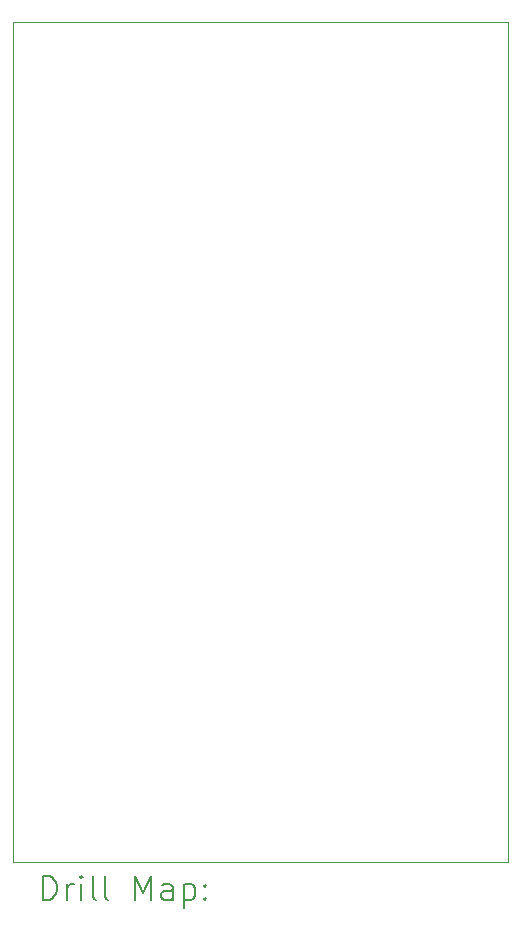
<source format=gbr>
%TF.GenerationSoftware,KiCad,Pcbnew,7.0.5-0*%
%TF.CreationDate,2023-05-28T00:51:44-07:00*%
%TF.ProjectId,gw-adapters,67772d61-6461-4707-9465-72732e6b6963,rev?*%
%TF.SameCoordinates,Original*%
%TF.FileFunction,Drillmap*%
%TF.FilePolarity,Positive*%
%FSLAX45Y45*%
G04 Gerber Fmt 4.5, Leading zero omitted, Abs format (unit mm)*
G04 Created by KiCad (PCBNEW 7.0.5-0) date 2023-05-28 00:51:44*
%MOMM*%
%LPD*%
G01*
G04 APERTURE LIST*
%ADD10C,0.100000*%
%ADD11C,0.200000*%
G04 APERTURE END LIST*
D10*
X12192000Y-5588000D02*
X16383000Y-5588000D01*
X16383000Y-12700000D01*
X12192000Y-12700000D01*
X12192000Y-5588000D01*
D11*
X12447777Y-13016484D02*
X12447777Y-12816484D01*
X12447777Y-12816484D02*
X12495396Y-12816484D01*
X12495396Y-12816484D02*
X12523967Y-12826008D01*
X12523967Y-12826008D02*
X12543015Y-12845055D01*
X12543015Y-12845055D02*
X12552539Y-12864103D01*
X12552539Y-12864103D02*
X12562062Y-12902198D01*
X12562062Y-12902198D02*
X12562062Y-12930769D01*
X12562062Y-12930769D02*
X12552539Y-12968865D01*
X12552539Y-12968865D02*
X12543015Y-12987912D01*
X12543015Y-12987912D02*
X12523967Y-13006960D01*
X12523967Y-13006960D02*
X12495396Y-13016484D01*
X12495396Y-13016484D02*
X12447777Y-13016484D01*
X12647777Y-13016484D02*
X12647777Y-12883150D01*
X12647777Y-12921246D02*
X12657301Y-12902198D01*
X12657301Y-12902198D02*
X12666824Y-12892674D01*
X12666824Y-12892674D02*
X12685872Y-12883150D01*
X12685872Y-12883150D02*
X12704920Y-12883150D01*
X12771586Y-13016484D02*
X12771586Y-12883150D01*
X12771586Y-12816484D02*
X12762062Y-12826008D01*
X12762062Y-12826008D02*
X12771586Y-12835531D01*
X12771586Y-12835531D02*
X12781110Y-12826008D01*
X12781110Y-12826008D02*
X12771586Y-12816484D01*
X12771586Y-12816484D02*
X12771586Y-12835531D01*
X12895396Y-13016484D02*
X12876348Y-13006960D01*
X12876348Y-13006960D02*
X12866824Y-12987912D01*
X12866824Y-12987912D02*
X12866824Y-12816484D01*
X13000158Y-13016484D02*
X12981110Y-13006960D01*
X12981110Y-13006960D02*
X12971586Y-12987912D01*
X12971586Y-12987912D02*
X12971586Y-12816484D01*
X13228729Y-13016484D02*
X13228729Y-12816484D01*
X13228729Y-12816484D02*
X13295396Y-12959341D01*
X13295396Y-12959341D02*
X13362062Y-12816484D01*
X13362062Y-12816484D02*
X13362062Y-13016484D01*
X13543015Y-13016484D02*
X13543015Y-12911722D01*
X13543015Y-12911722D02*
X13533491Y-12892674D01*
X13533491Y-12892674D02*
X13514443Y-12883150D01*
X13514443Y-12883150D02*
X13476348Y-12883150D01*
X13476348Y-12883150D02*
X13457301Y-12892674D01*
X13543015Y-13006960D02*
X13523967Y-13016484D01*
X13523967Y-13016484D02*
X13476348Y-13016484D01*
X13476348Y-13016484D02*
X13457301Y-13006960D01*
X13457301Y-13006960D02*
X13447777Y-12987912D01*
X13447777Y-12987912D02*
X13447777Y-12968865D01*
X13447777Y-12968865D02*
X13457301Y-12949817D01*
X13457301Y-12949817D02*
X13476348Y-12940293D01*
X13476348Y-12940293D02*
X13523967Y-12940293D01*
X13523967Y-12940293D02*
X13543015Y-12930769D01*
X13638253Y-12883150D02*
X13638253Y-13083150D01*
X13638253Y-12892674D02*
X13657301Y-12883150D01*
X13657301Y-12883150D02*
X13695396Y-12883150D01*
X13695396Y-12883150D02*
X13714443Y-12892674D01*
X13714443Y-12892674D02*
X13723967Y-12902198D01*
X13723967Y-12902198D02*
X13733491Y-12921246D01*
X13733491Y-12921246D02*
X13733491Y-12978388D01*
X13733491Y-12978388D02*
X13723967Y-12997436D01*
X13723967Y-12997436D02*
X13714443Y-13006960D01*
X13714443Y-13006960D02*
X13695396Y-13016484D01*
X13695396Y-13016484D02*
X13657301Y-13016484D01*
X13657301Y-13016484D02*
X13638253Y-13006960D01*
X13819205Y-12997436D02*
X13828729Y-13006960D01*
X13828729Y-13006960D02*
X13819205Y-13016484D01*
X13819205Y-13016484D02*
X13809682Y-13006960D01*
X13809682Y-13006960D02*
X13819205Y-12997436D01*
X13819205Y-12997436D02*
X13819205Y-13016484D01*
X13819205Y-12892674D02*
X13828729Y-12902198D01*
X13828729Y-12902198D02*
X13819205Y-12911722D01*
X13819205Y-12911722D02*
X13809682Y-12902198D01*
X13809682Y-12902198D02*
X13819205Y-12892674D01*
X13819205Y-12892674D02*
X13819205Y-12911722D01*
M02*

</source>
